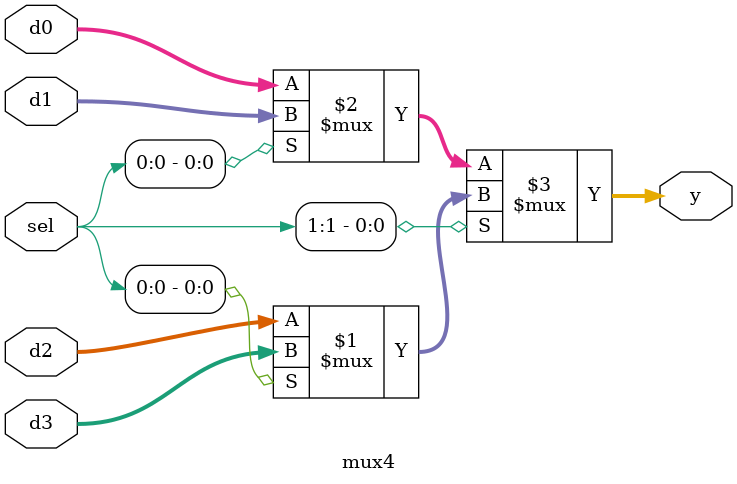
<source format=v>
`timescale 1ns / 1ps
module mux2 #(parameter WIDTH=32)(
		input [WIDTH-1:0] d0,d1,
		input sel,
		output [WIDTH-1:0] y
    );
	 assign y=sel?d1:d0;


endmodule

module mux4 #(parameter WIDTH=32)(
		input [WIDTH-1:0] d0,d1,d2,d3,
		input [1:0] sel,
		output [WIDTH-1:0] y
    );
	 assign y=sel[1]?(sel[0]?d3:d2):
							(sel[0]?d1:d0);
 


endmodule
</source>
